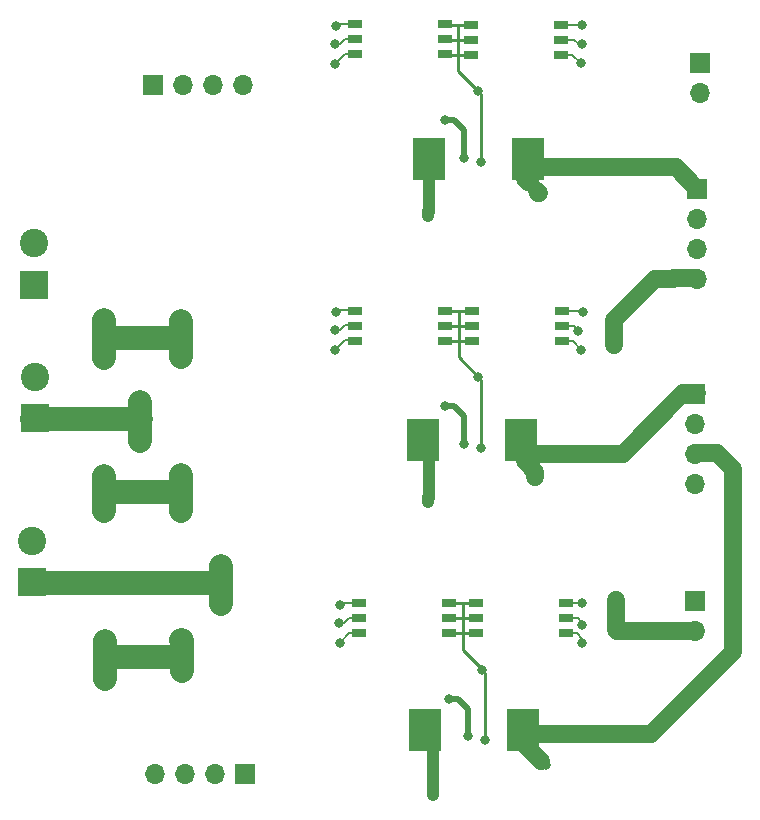
<source format=gbr>
%TF.GenerationSoftware,KiCad,Pcbnew,7.0.2*%
%TF.CreationDate,2023-05-19T15:17:25+02:00*%
%TF.ProjectId,78_1x39_1mm Solr tile,37382c31-7833-4392-9c31-6d6d20536f6c,rev?*%
%TF.SameCoordinates,Original*%
%TF.FileFunction,Copper,L1,Top*%
%TF.FilePolarity,Positive*%
%FSLAX46Y46*%
G04 Gerber Fmt 4.6, Leading zero omitted, Abs format (unit mm)*
G04 Created by KiCad (PCBNEW 7.0.2) date 2023-05-19 15:17:25*
%MOMM*%
%LPD*%
G01*
G04 APERTURE LIST*
%TA.AperFunction,SMDPad,CuDef*%
%ADD10R,2.700000X3.600000*%
%TD*%
%TA.AperFunction,SMDPad,CuDef*%
%ADD11R,1.270000X0.760000*%
%TD*%
%TA.AperFunction,ComponentPad*%
%ADD12R,1.700000X1.700000*%
%TD*%
%TA.AperFunction,ComponentPad*%
%ADD13O,1.700000X1.700000*%
%TD*%
%TA.AperFunction,ComponentPad*%
%ADD14R,2.400000X2.400000*%
%TD*%
%TA.AperFunction,ComponentPad*%
%ADD15C,2.400000*%
%TD*%
%TA.AperFunction,ViaPad*%
%ADD16C,0.800000*%
%TD*%
%TA.AperFunction,Conductor*%
%ADD17C,0.500000*%
%TD*%
%TA.AperFunction,Conductor*%
%ADD18C,1.500000*%
%TD*%
%TA.AperFunction,Conductor*%
%ADD19C,1.000000*%
%TD*%
%TA.AperFunction,Conductor*%
%ADD20C,0.150000*%
%TD*%
%TA.AperFunction,Conductor*%
%ADD21C,0.250000*%
%TD*%
%TA.AperFunction,Conductor*%
%ADD22C,2.000000*%
%TD*%
G04 APERTURE END LIST*
D10*
%TO.P,ML1,1,1*%
%TO.N,SOLAR_LINE2*%
X81100000Y-53390000D03*
%TO.P,ML1,2,2*%
%TO.N,Net-(MD1-A)*%
X72800000Y-53390000D03*
%TD*%
%TO.P,ML5,1,1*%
%TO.N,SOLAR_LINE5*%
X80710000Y-101710000D03*
%TO.P,ML5,2,2*%
%TO.N,Net-(MD5-A)*%
X72410000Y-101710000D03*
%TD*%
D11*
%TO.P,J5,1,Pin_1*%
%TO.N,MT_FB_1*%
X84355000Y-93485000D03*
%TO.P,J5,2,Pin_2*%
%TO.N,Net-(J5-Pin_2)*%
X84355000Y-92215000D03*
%TO.P,J5,3,Pin_3*%
%TO.N,MT_FB_1*%
X84355000Y-90945000D03*
%TO.P,J5,4,Pin_4*%
%TO.N,Net-(J5-Pin_4)*%
X76735000Y-90945000D03*
%TO.P,J5,5,Pin_5*%
%TO.N,MT_FB_1*%
X76735000Y-92215000D03*
%TO.P,J5,6,Pin_6*%
%TO.N,Net-(J5-Pin_6)*%
X76735000Y-93485000D03*
%TD*%
%TO.P,J1,1,Pin_1*%
%TO.N,MT_FB_1*%
X83975000Y-44545000D03*
%TO.P,J1,2,Pin_2*%
%TO.N,Net-(J1-Pin_2)*%
X83975000Y-43275000D03*
%TO.P,J1,3,Pin_3*%
%TO.N,MT_FB_1*%
X83975000Y-42005000D03*
%TO.P,J1,4,Pin_4*%
%TO.N,Net-(J1-Pin_4)*%
X76355000Y-42005000D03*
%TO.P,J1,5,Pin_5*%
%TO.N,MT_FB_1*%
X76355000Y-43275000D03*
%TO.P,J1,6,Pin_6*%
%TO.N,Net-(J1-Pin_6)*%
X76355000Y-44545000D03*
%TD*%
%TO.P,J4,1,Pin_1*%
%TO.N,Net-(J4-Pin_1)*%
X84000000Y-68730000D03*
%TO.P,J4,2,Pin_2*%
%TO.N,MT_FB_1*%
X84000000Y-67460000D03*
%TO.P,J4,3,Pin_3*%
%TO.N,Net-(J4-Pin_3)*%
X84000000Y-66190000D03*
%TO.P,J4,4,Pin_4*%
%TO.N,MT_FB_1*%
X76380000Y-66190000D03*
%TO.P,J4,5,Pin_5*%
%TO.N,Net-(J4-Pin_5)*%
X76380000Y-67460000D03*
%TO.P,J4,6,Pin_6*%
%TO.N,MT_FB_1*%
X76380000Y-68730000D03*
%TD*%
D10*
%TO.P,ML3,1,1*%
%TO.N,SOLAR_LINE4*%
X80530000Y-77170000D03*
%TO.P,ML3,2,2*%
%TO.N,Net-(MD3-A)*%
X72230000Y-77170000D03*
%TD*%
D11*
%TO.P,J2,1,Pin_1*%
%TO.N,Net-(J2-Pin_1)*%
X74115000Y-44485000D03*
%TO.P,J2,2,Pin_2*%
%TO.N,MT_FB_1*%
X74115000Y-43215000D03*
%TO.P,J2,3,Pin_3*%
%TO.N,Net-(J2-Pin_3)*%
X74115000Y-41945000D03*
%TO.P,J2,4,Pin_4*%
%TO.N,MT_FB_1*%
X66495000Y-41945000D03*
%TO.P,J2,5,Pin_5*%
%TO.N,Net-(J2-Pin_5)*%
X66495000Y-43215000D03*
%TO.P,J2,6,Pin_6*%
%TO.N,MT_FB_1*%
X66495000Y-44485000D03*
%TD*%
%TO.P,J6,1,Pin_1*%
%TO.N,Net-(J6-Pin_1)*%
X74415000Y-93485000D03*
%TO.P,J6,2,Pin_2*%
%TO.N,MT_FB_1*%
X74415000Y-92215000D03*
%TO.P,J6,3,Pin_3*%
%TO.N,Net-(J6-Pin_3)*%
X74415000Y-90945000D03*
%TO.P,J6,4,Pin_4*%
%TO.N,MT_FB_1*%
X66795000Y-90945000D03*
%TO.P,J6,5,Pin_5*%
%TO.N,Net-(J6-Pin_5)*%
X66795000Y-92215000D03*
%TO.P,J6,6,Pin_6*%
%TO.N,MT_FB_1*%
X66795000Y-93485000D03*
%TD*%
%TO.P,J3,1,Pin_1*%
%TO.N,MT_FB_1*%
X74120000Y-68750000D03*
%TO.P,J3,2,Pin_2*%
%TO.N,Net-(J3-Pin_2)*%
X74120000Y-67480000D03*
%TO.P,J3,3,Pin_3*%
%TO.N,MT_FB_1*%
X74120000Y-66210000D03*
%TO.P,J3,4,Pin_4*%
%TO.N,Net-(J3-Pin_4)*%
X66500000Y-66210000D03*
%TO.P,J3,5,Pin_5*%
%TO.N,MT_FB_1*%
X66500000Y-67480000D03*
%TO.P,J3,6,Pin_6*%
%TO.N,Net-(J3-Pin_6)*%
X66500000Y-68750000D03*
%TD*%
D12*
%TO.P,J8,1,Pin_1*%
%TO.N,SOLAR_LINE4*%
X95320000Y-73240000D03*
D13*
%TO.P,J8,2,Pin_2*%
%TO.N,GND*%
X95320000Y-75780000D03*
%TO.P,J8,3,Pin_3*%
%TO.N,SOLAR_LINE5*%
X95320000Y-78320000D03*
%TO.P,J8,4,Pin_4*%
%TO.N,GND*%
X95320000Y-80860000D03*
%TD*%
D12*
%TO.P,J14,1,Pin_1*%
%TO.N,VOUT_5V0*%
X57160000Y-105390000D03*
D13*
%TO.P,J14,2,Pin_2*%
%TO.N,VOUT_9V0*%
X54620000Y-105390000D03*
%TO.P,J14,3,Pin_3*%
%TO.N,VOUT_12V0*%
X52080000Y-105390000D03*
%TO.P,J14,4,Pin_4*%
%TO.N,GND*%
X49540000Y-105390000D03*
%TD*%
D12*
%TO.P,J7,1,Pin_1*%
%TO.N,SOLAR_LINE6*%
X95310000Y-90790000D03*
D13*
%TO.P,J7,2,Pin_2*%
%TO.N,GND*%
X95310000Y-93330000D03*
%TD*%
D12*
%TO.P,J15,1,Pin_1*%
%TO.N,GND*%
X49400000Y-47120000D03*
D13*
%TO.P,J15,2,Pin_2*%
%TO.N,VOUT_12V0*%
X51940000Y-47120000D03*
%TO.P,J15,3,Pin_3*%
%TO.N,VOUT_9V0*%
X54480000Y-47120000D03*
%TO.P,J15,4,Pin_4*%
%TO.N,VOUT_5V0*%
X57020000Y-47120000D03*
%TD*%
D14*
%TO.P,J11,1,Pin_1*%
%TO.N,VOUT_5V0*%
X39310000Y-63990000D03*
D15*
%TO.P,J11,2,Pin_2*%
%TO.N,GND*%
X39310000Y-60490000D03*
%TD*%
D12*
%TO.P,J9,1,Pin_1*%
%TO.N,SOLAR_LINE2*%
X95450000Y-55870000D03*
D13*
%TO.P,J9,2,Pin_2*%
%TO.N,GND*%
X95450000Y-58410000D03*
%TO.P,J9,3,Pin_3*%
%TO.N,SOLAR_LINE3*%
X95450000Y-60950000D03*
%TO.P,J9,4,Pin_4*%
%TO.N,GND*%
X95450000Y-63490000D03*
%TD*%
D14*
%TO.P,J13,1,Pin_1*%
%TO.N,VOUT_12V0*%
X39170000Y-89180000D03*
D15*
%TO.P,J13,2,Pin_2*%
%TO.N,GND*%
X39170000Y-85680000D03*
%TD*%
D12*
%TO.P,J10,1,Pin_1*%
%TO.N,SOLAR_LINE1*%
X95680000Y-45230000D03*
D13*
%TO.P,J10,2,Pin_2*%
%TO.N,GND*%
X95680000Y-47770000D03*
%TD*%
D14*
%TO.P,J12,1,Pin_1*%
%TO.N,VOUT_9V0*%
X39360000Y-75310000D03*
D15*
%TO.P,J12,2,Pin_2*%
%TO.N,GND*%
X39360000Y-71810000D03*
%TD*%
D16*
%TO.N,GND*%
X88575000Y-91980000D03*
X88595000Y-90670000D03*
X88625000Y-93250000D03*
X76102500Y-102247500D03*
X88460000Y-68090000D03*
X74472500Y-99047500D03*
X88460000Y-69130000D03*
X75755000Y-77475000D03*
X74125000Y-74275000D03*
X88420000Y-66950000D03*
X75740000Y-53250000D03*
X74110000Y-50050000D03*
%TO.N,Net-(MD1-A)*%
X72720000Y-57110000D03*
X72700000Y-58170000D03*
%TO.N,Net-(J1-Pin_2)*%
X85685000Y-43655000D03*
%TO.N,Net-(J2-Pin_5)*%
X64815000Y-43635000D03*
%TO.N,MT_FB_1*%
X77170000Y-53590000D03*
X64875864Y-42124136D03*
X85755000Y-42045000D03*
X65238364Y-91121636D03*
X76905000Y-71835000D03*
X85720000Y-94340000D03*
X77532500Y-102587500D03*
X76890000Y-47610000D03*
X65187500Y-94312500D03*
X85650000Y-45270000D03*
X85750000Y-90970000D03*
X77185000Y-77815000D03*
X77252500Y-96607500D03*
X64825000Y-45315000D03*
%TO.N,Net-(J3-Pin_2)*%
X64890864Y-66349136D03*
%TO.N,Net-(J3-Pin_4)*%
X64840000Y-69540000D03*
%TO.N,Net-(J3-Pin_6)*%
X64830000Y-67860000D03*
%TO.N,Net-(J4-Pin_1)*%
X85770000Y-66270000D03*
%TO.N,Net-(J4-Pin_3)*%
X85665000Y-69495000D03*
%TO.N,Net-(J4-Pin_5)*%
X85370000Y-67890000D03*
%TO.N,Net-(MD3-A)*%
X72715000Y-82395000D03*
X72735000Y-81335000D03*
%TO.N,Net-(J5-Pin_2)*%
X85750000Y-92790000D03*
%TO.N,Net-(J6-Pin_5)*%
X65177500Y-92632500D03*
%TO.N,Net-(MD5-A)*%
X73062500Y-107167500D03*
X73082500Y-106107500D03*
%TO.N,SOLAR_LINE4*%
X81210000Y-79280000D03*
X81750000Y-80270000D03*
%TO.N,SOLAR_LINE5*%
X82640000Y-104650000D03*
X81740000Y-103870000D03*
%TO.N,SOLAR_LINE2*%
X81310000Y-55340000D03*
X81960000Y-56200000D03*
%TO.N,VOUT_5V0*%
X51790000Y-68510000D03*
X51810000Y-95490000D03*
X51770000Y-81560000D03*
X45260000Y-83120000D03*
X51770000Y-70100000D03*
X51770000Y-67080000D03*
X51790000Y-94060000D03*
X45250000Y-70240000D03*
X45320000Y-94200000D03*
X51750000Y-80130000D03*
X51750000Y-83150000D03*
X45310000Y-95680000D03*
X45330000Y-97360000D03*
X45240000Y-81590000D03*
X45260000Y-80160000D03*
X45240000Y-68350000D03*
X45210000Y-66950000D03*
X51860000Y-96720000D03*
%TO.N,VOUT_9V0*%
X48360000Y-75410000D03*
X48330000Y-77220000D03*
X48330000Y-73970000D03*
%TO.N,VOUT_12V0*%
X55180000Y-89240000D03*
X55150000Y-87800000D03*
X55150000Y-91050000D03*
%TD*%
D17*
%TO.N,GND*%
X74870000Y-50050000D02*
X74110000Y-50050000D01*
X75740000Y-50920000D02*
X74870000Y-50050000D01*
D18*
X91880000Y-63490000D02*
X93450000Y-63490000D01*
D17*
X75755000Y-75145000D02*
X74885000Y-74275000D01*
X75755000Y-77475000D02*
X75755000Y-75145000D01*
D18*
X88420000Y-66950000D02*
X91880000Y-63490000D01*
X88595000Y-93220000D02*
X88685000Y-93310000D01*
X88595000Y-90670000D02*
X88595000Y-93220000D01*
X93520000Y-63420000D02*
X95360000Y-63420000D01*
X88460000Y-69130000D02*
X88460000Y-66990000D01*
D17*
X76102500Y-99917500D02*
X75232500Y-99047500D01*
X74885000Y-74275000D02*
X74125000Y-74275000D01*
X76102500Y-102247500D02*
X76102500Y-99917500D01*
X75740000Y-53250000D02*
X75740000Y-50920000D01*
D18*
X88460000Y-66990000D02*
X88420000Y-66950000D01*
D17*
X75232500Y-99047500D02*
X74472500Y-99047500D01*
D18*
X88685000Y-93310000D02*
X95400000Y-93310000D01*
X93450000Y-63490000D02*
X93520000Y-63420000D01*
D19*
%TO.N,Net-(MD1-A)*%
X72700000Y-57790000D02*
X72700000Y-58170000D01*
X72720000Y-57810000D02*
X72700000Y-57790000D01*
X72720000Y-57110000D02*
X72720000Y-57810000D01*
X72720000Y-53770000D02*
X72720000Y-57110000D01*
D20*
%TO.N,Net-(J1-Pin_2)*%
X85685000Y-43655000D02*
X85435000Y-43655000D01*
X85435000Y-43655000D02*
X85030000Y-43250000D01*
X85030000Y-43250000D02*
X84075000Y-43250000D01*
%TO.N,Net-(J2-Pin_5)*%
X65625000Y-43225000D02*
X66485000Y-43225000D01*
X65215000Y-43635000D02*
X65625000Y-43225000D01*
X64815000Y-43635000D02*
X65215000Y-43635000D01*
%TO.N,MT_FB_1*%
X84900000Y-44520000D02*
X84075000Y-44520000D01*
D21*
X74130000Y-44520000D02*
X74105000Y-44495000D01*
X76817500Y-90977500D02*
X74492500Y-90977500D01*
X74492500Y-90977500D02*
X74467500Y-90952500D01*
D20*
X66007500Y-93492500D02*
X66847500Y-93492500D01*
D21*
X74492500Y-93517500D02*
X74467500Y-93492500D01*
X76890000Y-47610000D02*
X76890000Y-47580000D01*
D20*
X65187500Y-94312500D02*
X66007500Y-93492500D01*
D21*
X76890000Y-47580000D02*
X75245000Y-45935000D01*
X76470000Y-68745000D02*
X75260000Y-68745000D01*
D20*
X85650000Y-45270000D02*
X84900000Y-44520000D01*
D21*
X76905000Y-71835000D02*
X76905000Y-71805000D01*
X75245000Y-44520000D02*
X74130000Y-44520000D01*
X77252500Y-96607500D02*
X77532500Y-96887500D01*
X75260000Y-66215000D02*
X75270000Y-66205000D01*
X75260000Y-68745000D02*
X75260000Y-68190000D01*
X75260000Y-68745000D02*
X74145000Y-68745000D01*
D20*
X84437500Y-93517500D02*
X85262500Y-93517500D01*
X65407500Y-90952500D02*
X66847500Y-90952500D01*
X85690000Y-41980000D02*
X85755000Y-42045000D01*
X64825000Y-45315000D02*
X65645000Y-44495000D01*
X64875864Y-42124136D02*
X65045000Y-41955000D01*
D21*
X77252500Y-96577500D02*
X75607500Y-94932500D01*
X75245000Y-43965000D02*
X75245000Y-41990000D01*
X76470000Y-66205000D02*
X74145000Y-66205000D01*
X76890000Y-47610000D02*
X77170000Y-47890000D01*
D20*
X85755000Y-42045000D02*
X85755000Y-41985000D01*
D21*
X76817500Y-92247500D02*
X74492500Y-92247500D01*
D20*
X84437500Y-90977500D02*
X85742500Y-90977500D01*
D21*
X75260000Y-68190000D02*
X75260000Y-66215000D01*
X74145000Y-66205000D02*
X74120000Y-66180000D01*
D20*
X85262500Y-93517500D02*
X85720000Y-93975000D01*
D21*
X75607500Y-93517500D02*
X74492500Y-93517500D01*
X75607500Y-94932500D02*
X75607500Y-92962500D01*
X76905000Y-71835000D02*
X77185000Y-72115000D01*
X76455000Y-43250000D02*
X74130000Y-43250000D01*
D20*
X85742500Y-90977500D02*
X85750000Y-90970000D01*
D21*
X75245000Y-44520000D02*
X75245000Y-43965000D01*
X75607500Y-93517500D02*
X75607500Y-92962500D01*
D20*
X85720000Y-93975000D02*
X85720000Y-94340000D01*
D21*
X74130000Y-41980000D02*
X74105000Y-41955000D01*
X76905000Y-71805000D02*
X75260000Y-70160000D01*
X77185000Y-72115000D02*
X77185000Y-77815000D01*
X74145000Y-67475000D02*
X74120000Y-67450000D01*
X75245000Y-41990000D02*
X75255000Y-41980000D01*
D20*
X84075000Y-41980000D02*
X85690000Y-41980000D01*
X65045000Y-41955000D02*
X66485000Y-41955000D01*
D21*
X74145000Y-68745000D02*
X74120000Y-68720000D01*
X76470000Y-67475000D02*
X74145000Y-67475000D01*
X74130000Y-43250000D02*
X74105000Y-43225000D01*
D20*
X65238364Y-91121636D02*
X65407500Y-90952500D01*
D21*
X77532500Y-96887500D02*
X77532500Y-102587500D01*
X77252500Y-96607500D02*
X77252500Y-96577500D01*
X75245000Y-45935000D02*
X75245000Y-43965000D01*
X77170000Y-47890000D02*
X77170000Y-53590000D01*
X76455000Y-41980000D02*
X74130000Y-41980000D01*
X74492500Y-92247500D02*
X74467500Y-92222500D01*
D20*
X65645000Y-44495000D02*
X66485000Y-44495000D01*
D21*
X75607500Y-90987500D02*
X75617500Y-90977500D01*
X75260000Y-70160000D02*
X75260000Y-68190000D01*
X76817500Y-93517500D02*
X75607500Y-93517500D01*
D20*
X85650000Y-45270000D02*
X85845000Y-45465000D01*
D21*
X75607500Y-92962500D02*
X75607500Y-90987500D01*
X76455000Y-44520000D02*
X75245000Y-44520000D01*
D20*
%TO.N,Net-(J3-Pin_2)*%
X65060000Y-66180000D02*
X66500000Y-66180000D01*
X64890864Y-66349136D02*
X65060000Y-66180000D01*
%TO.N,Net-(J3-Pin_4)*%
X65660000Y-68720000D02*
X66500000Y-68720000D01*
X64840000Y-69540000D02*
X65660000Y-68720000D01*
%TO.N,Net-(J3-Pin_6)*%
X65640000Y-67450000D02*
X66500000Y-67450000D01*
X65230000Y-67860000D02*
X65640000Y-67450000D01*
X64830000Y-67860000D02*
X65230000Y-67860000D01*
%TO.N,Net-(J4-Pin_1)*%
X85705000Y-66205000D02*
X85770000Y-66270000D01*
X85770000Y-66270000D02*
X85770000Y-66210000D01*
X84090000Y-66205000D02*
X85705000Y-66205000D01*
%TO.N,Net-(J4-Pin_3)*%
X85665000Y-69495000D02*
X85860000Y-69690000D01*
X85665000Y-69495000D02*
X84915000Y-68745000D01*
X84915000Y-68745000D02*
X84090000Y-68745000D01*
%TO.N,Net-(J4-Pin_5)*%
X85700000Y-67880000D02*
X85450000Y-67880000D01*
X85450000Y-67880000D02*
X85045000Y-67475000D01*
X85045000Y-67475000D02*
X84090000Y-67475000D01*
D19*
%TO.N,Net-(MD3-A)*%
X72735000Y-77995000D02*
X72735000Y-81335000D01*
X72735000Y-81335000D02*
X72735000Y-82035000D01*
X72715000Y-82015000D02*
X72715000Y-82395000D01*
X72735000Y-82035000D02*
X72715000Y-82015000D01*
D20*
%TO.N,Net-(J5-Pin_2)*%
X85392500Y-92247500D02*
X84437500Y-92247500D01*
X85750000Y-92790000D02*
X85750000Y-92605000D01*
X85750000Y-92605000D02*
X85392500Y-92247500D01*
%TO.N,Net-(J6-Pin_5)*%
X65177500Y-92632500D02*
X65577500Y-92632500D01*
X65577500Y-92632500D02*
X65987500Y-92222500D01*
X65987500Y-92222500D02*
X66847500Y-92222500D01*
D19*
%TO.N,Net-(MD5-A)*%
X73082500Y-106807500D02*
X73062500Y-106787500D01*
X73082500Y-102767500D02*
X73082500Y-106107500D01*
X73082500Y-106107500D02*
X73082500Y-106807500D01*
X73062500Y-106787500D02*
X73062500Y-107167500D01*
D18*
%TO.N,SOLAR_LINE4*%
X81210000Y-79250000D02*
X81210000Y-79280000D01*
X81090000Y-78295000D02*
X89155000Y-78295000D01*
X94240000Y-73210000D02*
X95420000Y-73210000D01*
X81750000Y-79820000D02*
X81750000Y-80270000D01*
X80910000Y-77950000D02*
X80910000Y-78950000D01*
X80910000Y-78950000D02*
X81210000Y-79250000D01*
X89155000Y-78295000D02*
X94240000Y-73210000D01*
X81210000Y-79280000D02*
X81750000Y-79820000D01*
%TO.N,SOLAR_LINE5*%
X95420000Y-78290000D02*
X97180000Y-78290000D01*
X80975000Y-102075000D02*
X80975000Y-103035000D01*
X80975000Y-103035000D02*
X82240000Y-104300000D01*
X97180000Y-78290000D02*
X98520000Y-79630000D01*
X91545000Y-102075000D02*
X80975000Y-102075000D01*
X98520000Y-79630000D02*
X98520000Y-95100000D01*
X98520000Y-95100000D02*
X91545000Y-102075000D01*
%TO.N,SOLAR_LINE2*%
X80925000Y-55085000D02*
X81180000Y-55340000D01*
X80925000Y-53875000D02*
X80925000Y-55085000D01*
X81075000Y-54070000D02*
X93630000Y-54070000D01*
X82040000Y-56200000D02*
X81890000Y-56050000D01*
X81180000Y-55340000D02*
X81310000Y-55340000D01*
X81960000Y-56200000D02*
X82040000Y-56200000D01*
X93630000Y-54070000D02*
X95360000Y-55800000D01*
D22*
%TO.N,VOUT_5V0*%
X45500000Y-95490000D02*
X45310000Y-95680000D01*
X45240000Y-83100000D02*
X45260000Y-83120000D01*
X51810000Y-95490000D02*
X51810000Y-94080000D01*
X51810000Y-95490000D02*
X51810000Y-96670000D01*
X45240000Y-81590000D02*
X45240000Y-83100000D01*
X51770000Y-80150000D02*
X51750000Y-80130000D01*
X45240000Y-68350000D02*
X45240000Y-66980000D01*
X51770000Y-81560000D02*
X51770000Y-83130000D01*
X45240000Y-70230000D02*
X45250000Y-70240000D01*
X51770000Y-83130000D02*
X51750000Y-83150000D01*
X45310000Y-94210000D02*
X45320000Y-94200000D01*
X51790000Y-70080000D02*
X51770000Y-70100000D01*
X45240000Y-80180000D02*
X45260000Y-80160000D01*
X45270000Y-81560000D02*
X45240000Y-81590000D01*
X51790000Y-68510000D02*
X45400000Y-68510000D01*
X51810000Y-94080000D02*
X51790000Y-94060000D01*
X45310000Y-95680000D02*
X45310000Y-94210000D01*
X45400000Y-68510000D02*
X45240000Y-68350000D01*
X45310000Y-95680000D02*
X45310000Y-97340000D01*
X51770000Y-81560000D02*
X51770000Y-80150000D01*
X51790000Y-68510000D02*
X51790000Y-67100000D01*
X51770000Y-81560000D02*
X45270000Y-81560000D01*
X51810000Y-95490000D02*
X45500000Y-95490000D01*
X45310000Y-97340000D02*
X45330000Y-97360000D01*
X45240000Y-81590000D02*
X45240000Y-80180000D01*
X45240000Y-66980000D02*
X45210000Y-66950000D01*
X51810000Y-96670000D02*
X51860000Y-96720000D01*
X51790000Y-67100000D02*
X51770000Y-67080000D01*
X45240000Y-68350000D02*
X45240000Y-70230000D01*
X51790000Y-68510000D02*
X51790000Y-70080000D01*
%TO.N,VOUT_9V0*%
X48330000Y-73970000D02*
X48330000Y-77220000D01*
X39170000Y-75410000D02*
X39150000Y-75390000D01*
X48360000Y-75410000D02*
X39170000Y-75410000D01*
%TO.N,VOUT_12V0*%
X55180000Y-89240000D02*
X39340000Y-89240000D01*
X55150000Y-87800000D02*
X55150000Y-91050000D01*
X39340000Y-89240000D02*
X39300000Y-89280000D01*
%TD*%
M02*

</source>
